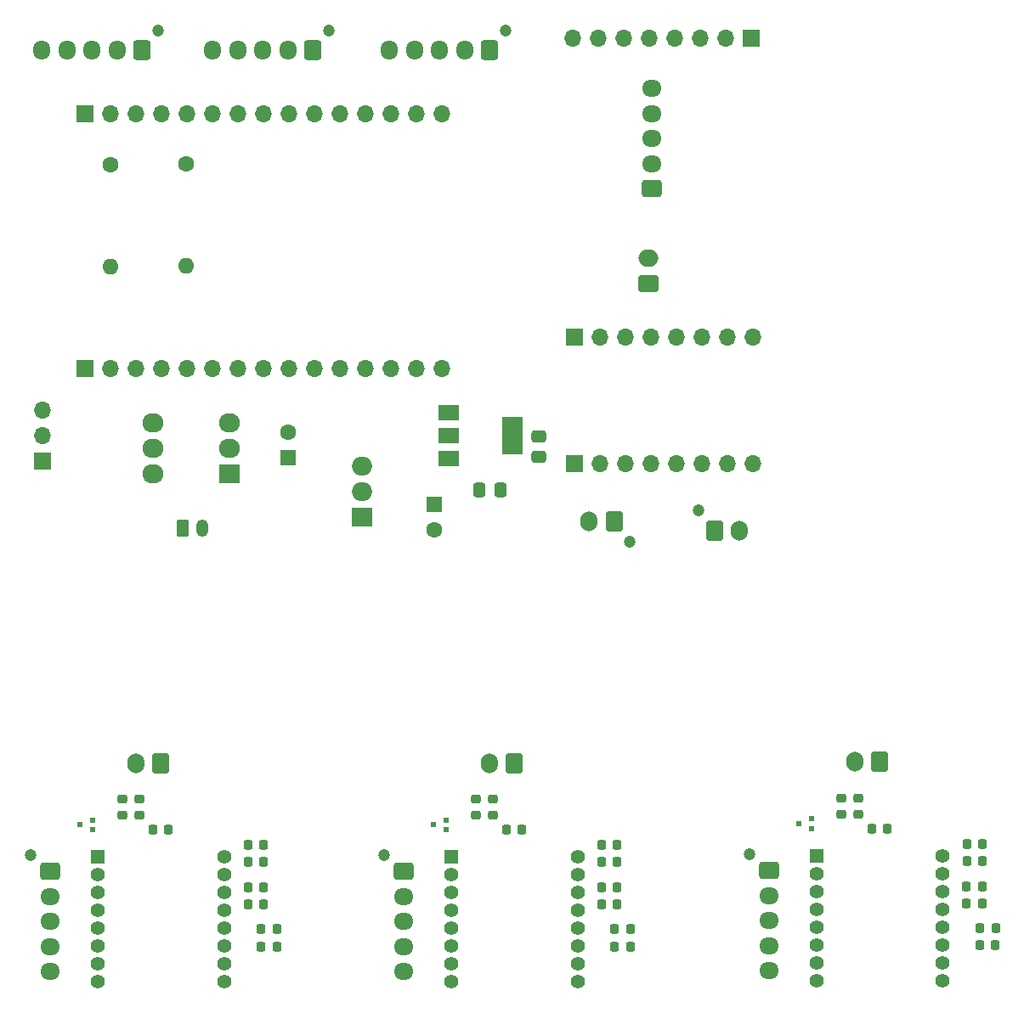
<source format=gts>
G04 #@! TF.GenerationSoftware,KiCad,Pcbnew,7.0.10*
G04 #@! TF.CreationDate,2024-01-17T23:16:48-03:00*
G04 #@! TF.ProjectId,ligeirinho,6c696765-6972-4696-9e68-6f2e6b696361,rev?*
G04 #@! TF.SameCoordinates,Original*
G04 #@! TF.FileFunction,Soldermask,Top*
G04 #@! TF.FilePolarity,Negative*
%FSLAX46Y46*%
G04 Gerber Fmt 4.6, Leading zero omitted, Abs format (unit mm)*
G04 Created by KiCad (PCBNEW 7.0.10) date 2024-01-17 23:16:48*
%MOMM*%
%LPD*%
G01*
G04 APERTURE LIST*
G04 Aperture macros list*
%AMRoundRect*
0 Rectangle with rounded corners*
0 $1 Rounding radius*
0 $2 $3 $4 $5 $6 $7 $8 $9 X,Y pos of 4 corners*
0 Add a 4 corners polygon primitive as box body*
4,1,4,$2,$3,$4,$5,$6,$7,$8,$9,$2,$3,0*
0 Add four circle primitives for the rounded corners*
1,1,$1+$1,$2,$3*
1,1,$1+$1,$4,$5*
1,1,$1+$1,$6,$7*
1,1,$1+$1,$8,$9*
0 Add four rect primitives between the rounded corners*
20,1,$1+$1,$2,$3,$4,$5,0*
20,1,$1+$1,$4,$5,$6,$7,0*
20,1,$1+$1,$6,$7,$8,$9,0*
20,1,$1+$1,$8,$9,$2,$3,0*%
G04 Aperture macros list end*
%ADD10RoundRect,0.225000X-0.250000X0.225000X-0.250000X-0.225000X0.250000X-0.225000X0.250000X0.225000X0*%
%ADD11RoundRect,0.225000X-0.225000X-0.250000X0.225000X-0.250000X0.225000X0.250000X-0.225000X0.250000X0*%
%ADD12C,1.200000*%
%ADD13RoundRect,0.250000X-0.725000X0.600000X-0.725000X-0.600000X0.725000X-0.600000X0.725000X0.600000X0*%
%ADD14O,1.950000X1.700000*%
%ADD15RoundRect,0.250000X0.600000X0.750000X-0.600000X0.750000X-0.600000X-0.750000X0.600000X-0.750000X0*%
%ADD16O,1.700000X2.000000*%
%ADD17R,1.400000X1.400000*%
%ADD18C,1.400000*%
%ADD19R,0.600000X0.500000*%
%ADD20O,1.600000X1.600000*%
%ADD21C,1.600000*%
%ADD22O,1.700000X1.700000*%
%ADD23R,1.700000X1.700000*%
%ADD24O,1.200000X1.750000*%
%ADD25RoundRect,0.250000X-0.350000X-0.625000X0.350000X-0.625000X0.350000X0.625000X-0.350000X0.625000X0*%
%ADD26O,2.000000X1.905000*%
%ADD27R,2.000000X1.905000*%
%ADD28R,2.000000X1.500000*%
%ADD29R,2.000000X3.800000*%
%ADD30O,1.700000X1.950000*%
%ADD31RoundRect,0.250000X0.600000X0.725000X-0.600000X0.725000X-0.600000X-0.725000X0.600000X-0.725000X0*%
%ADD32R,1.600000X1.600000*%
%ADD33RoundRect,0.250000X-0.475000X0.337500X-0.475000X-0.337500X0.475000X-0.337500X0.475000X0.337500X0*%
%ADD34O,2.100000X1.900000*%
%ADD35R,2.100000X1.900000*%
%ADD36RoundRect,0.250000X-0.337500X-0.475000X0.337500X-0.475000X0.337500X0.475000X-0.337500X0.475000X0*%
%ADD37O,2.000000X1.700000*%
%ADD38RoundRect,0.250000X0.750000X-0.600000X0.750000X0.600000X-0.750000X0.600000X-0.750000X-0.600000X0*%
%ADD39RoundRect,0.250000X0.725000X-0.600000X0.725000X0.600000X-0.725000X0.600000X-0.725000X-0.600000X0*%
%ADD40RoundRect,0.250000X-0.600000X-0.750000X0.600000X-0.750000X0.600000X0.750000X-0.600000X0.750000X0*%
G04 APERTURE END LIST*
D10*
X78510000Y-119095000D03*
X78510000Y-120645000D03*
D11*
X89296000Y-129578000D03*
X90846000Y-129578000D03*
D10*
X76770000Y-119095000D03*
X76770000Y-120645000D03*
D11*
X90638000Y-131987000D03*
X92188000Y-131987000D03*
D12*
X67644000Y-124675000D03*
D13*
X69644000Y-126275000D03*
D14*
X69644000Y-128775000D03*
X69644000Y-131275000D03*
X69644000Y-133775000D03*
X69644000Y-136275000D03*
D11*
X89302000Y-125335000D03*
X90852000Y-125335000D03*
X90625000Y-133745000D03*
X92175000Y-133745000D03*
D15*
X80640000Y-115466000D03*
D16*
X78140000Y-115466000D03*
D11*
X89296000Y-127878000D03*
X90846000Y-127878000D03*
D17*
X74324000Y-124825000D03*
D18*
X74324000Y-126605000D03*
X74324000Y-128385000D03*
X74324000Y-130165000D03*
X74324000Y-131945000D03*
X74324000Y-133725000D03*
X74324000Y-135505000D03*
X74324000Y-137285000D03*
X86924000Y-137285000D03*
X86924000Y-135505000D03*
X86924000Y-133725000D03*
X86924000Y-131945000D03*
X86924000Y-130165000D03*
X86924000Y-128385000D03*
X86924000Y-126605000D03*
X86924000Y-124825000D03*
D11*
X79849000Y-122090000D03*
X81399000Y-122090000D03*
D19*
X73860000Y-122135000D03*
X73860000Y-121135000D03*
X72560000Y-121635000D03*
D11*
X89302000Y-123600000D03*
X90852000Y-123600000D03*
D10*
X114910000Y-118995000D03*
X114910000Y-120545000D03*
D11*
X125696000Y-129478000D03*
X127246000Y-129478000D03*
D10*
X113170000Y-118995000D03*
X113170000Y-120545000D03*
D11*
X127038000Y-131887000D03*
X128588000Y-131887000D03*
D12*
X104044000Y-124575000D03*
D13*
X106044000Y-126175000D03*
D14*
X106044000Y-128675000D03*
X106044000Y-131175000D03*
X106044000Y-133675000D03*
X106044000Y-136175000D03*
D11*
X125702000Y-125235000D03*
X127252000Y-125235000D03*
X127025000Y-133645000D03*
X128575000Y-133645000D03*
D15*
X117040000Y-115366000D03*
D16*
X114540000Y-115366000D03*
D11*
X125696000Y-127778000D03*
X127246000Y-127778000D03*
D17*
X110724000Y-124725000D03*
D18*
X110724000Y-126505000D03*
X110724000Y-128285000D03*
X110724000Y-130065000D03*
X110724000Y-131845000D03*
X110724000Y-133625000D03*
X110724000Y-135405000D03*
X110724000Y-137185000D03*
X123324000Y-137185000D03*
X123324000Y-135405000D03*
X123324000Y-133625000D03*
X123324000Y-131845000D03*
X123324000Y-130065000D03*
X123324000Y-128285000D03*
X123324000Y-126505000D03*
X123324000Y-124725000D03*
D11*
X116249000Y-121990000D03*
X117799000Y-121990000D03*
D19*
X110260000Y-122035000D03*
X110260000Y-121035000D03*
X108960000Y-121535000D03*
D11*
X125702000Y-123500000D03*
X127252000Y-123500000D03*
X54072000Y-129578000D03*
X55622000Y-129578000D03*
D10*
X43286000Y-119095000D03*
X43286000Y-120645000D03*
D19*
X38636000Y-122135000D03*
X38636000Y-121135000D03*
X37336000Y-121635000D03*
D11*
X54072000Y-127878000D03*
X55622000Y-127878000D03*
X44625000Y-122090000D03*
X46175000Y-122090000D03*
X54078000Y-123600000D03*
X55628000Y-123600000D03*
D17*
X39100000Y-124825000D03*
D18*
X39100000Y-126605000D03*
X39100000Y-128385000D03*
X39100000Y-130165000D03*
X39100000Y-131945000D03*
X39100000Y-133725000D03*
X39100000Y-135505000D03*
X39100000Y-137285000D03*
X51700000Y-137285000D03*
X51700000Y-135505000D03*
X51700000Y-133725000D03*
X51700000Y-131945000D03*
X51700000Y-130165000D03*
X51700000Y-128385000D03*
X51700000Y-126605000D03*
X51700000Y-124825000D03*
D10*
X41546000Y-119095000D03*
X41546000Y-120645000D03*
D11*
X55414000Y-131987000D03*
X56964000Y-131987000D03*
D15*
X45416000Y-115466000D03*
D16*
X42916000Y-115466000D03*
D12*
X32420000Y-124675000D03*
D13*
X34420000Y-126275000D03*
D14*
X34420000Y-128775000D03*
X34420000Y-131275000D03*
X34420000Y-133775000D03*
X34420000Y-136275000D03*
D11*
X54078000Y-125335000D03*
X55628000Y-125335000D03*
X55401000Y-133745000D03*
X56951000Y-133745000D03*
D20*
X40365000Y-65985000D03*
D21*
X40365000Y-55825000D03*
D22*
X104385000Y-73005000D03*
X101845000Y-73005000D03*
X99305000Y-73005000D03*
X96765000Y-73005000D03*
X94225000Y-73005000D03*
X91685000Y-73005000D03*
X89145000Y-73005000D03*
D23*
X86605000Y-73005000D03*
D22*
X33615000Y-80255000D03*
X33615000Y-82795000D03*
D23*
X33615000Y-85335000D03*
D24*
X49565000Y-92055000D03*
D25*
X47565000Y-92055000D03*
D22*
X86435000Y-43195000D03*
X88975000Y-43195000D03*
X91515000Y-43195000D03*
X94055000Y-43195000D03*
X96595000Y-43195000D03*
X99135000Y-43195000D03*
X101675000Y-43195000D03*
D23*
X104215000Y-43195000D03*
D26*
X65465000Y-85855000D03*
X65465000Y-88395000D03*
D27*
X65465000Y-90935000D03*
D28*
X74125000Y-85115000D03*
D29*
X80425000Y-82815000D03*
D28*
X74125000Y-82815000D03*
X74125000Y-80515000D03*
D30*
X68165000Y-44405000D03*
X70665000Y-44405000D03*
X73165000Y-44405000D03*
X75665000Y-44405000D03*
D31*
X78165000Y-44405000D03*
D12*
X79765000Y-42405000D03*
D21*
X58065000Y-82505000D03*
D32*
X58065000Y-85005000D03*
D21*
X72665000Y-92172621D03*
D32*
X72665000Y-89672621D03*
D30*
X50565000Y-44405000D03*
X53065000Y-44405000D03*
X55565000Y-44405000D03*
X58065000Y-44405000D03*
D31*
X60565000Y-44405000D03*
D12*
X62165000Y-42405000D03*
D20*
X47965000Y-65885000D03*
D21*
X47965000Y-55725000D03*
D33*
X83065000Y-84942500D03*
X83065000Y-82867500D03*
D22*
X73425000Y-50705000D03*
X70885000Y-50705000D03*
X68345000Y-50705000D03*
X65805000Y-50705000D03*
X63265000Y-50705000D03*
X60725000Y-50705000D03*
X58185000Y-50705000D03*
X55645000Y-50705000D03*
X53105000Y-50705000D03*
X50565000Y-50705000D03*
X48025000Y-50705000D03*
X45485000Y-50705000D03*
X42945000Y-50705000D03*
X40405000Y-50705000D03*
D23*
X37865000Y-50705000D03*
D22*
X73405000Y-76095000D03*
X70865000Y-76095000D03*
X68325000Y-76095000D03*
X65785000Y-76095000D03*
X63245000Y-76095000D03*
X60705000Y-76095000D03*
X58165000Y-76095000D03*
X55625000Y-76095000D03*
X53085000Y-76095000D03*
X50545000Y-76095000D03*
X48005000Y-76095000D03*
X45465000Y-76095000D03*
X42925000Y-76095000D03*
X40385000Y-76095000D03*
D23*
X37845000Y-76095000D03*
D22*
X104385000Y-85630000D03*
X101845000Y-85630000D03*
X99305000Y-85630000D03*
X96765000Y-85630000D03*
X94225000Y-85630000D03*
X91685000Y-85630000D03*
X89145000Y-85630000D03*
D23*
X86605000Y-85630000D03*
D34*
X44627500Y-84127500D03*
X52247500Y-84127500D03*
X44627500Y-86667500D03*
X52247500Y-81587500D03*
X44627500Y-81587500D03*
D35*
X52247500Y-86667500D03*
D30*
X33565000Y-44405000D03*
X36065000Y-44405000D03*
X38565000Y-44405000D03*
X41065000Y-44405000D03*
D31*
X43565000Y-44405000D03*
D12*
X45165000Y-42405000D03*
D36*
X79252500Y-88255000D03*
X77177500Y-88255000D03*
D37*
X93955000Y-65135000D03*
D38*
X93955000Y-67635000D03*
D14*
X94335000Y-48195000D03*
X94335000Y-50695000D03*
X94335000Y-53195000D03*
X94335000Y-55695000D03*
D39*
X94335000Y-58195000D03*
D16*
X103065000Y-92305000D03*
D40*
X100565000Y-92305000D03*
D12*
X98965000Y-90305000D03*
D16*
X88065000Y-91405000D03*
D15*
X90565000Y-91405000D03*
D12*
X92165000Y-93405000D03*
M02*

</source>
